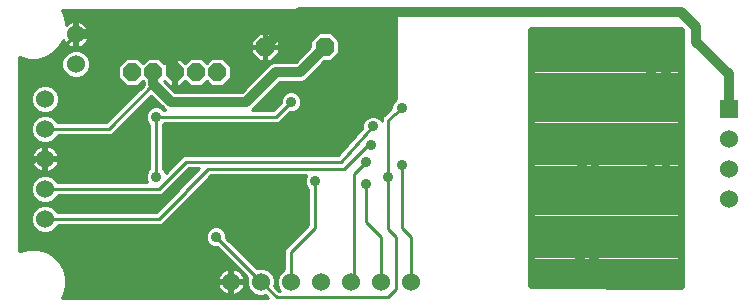
<source format=gbl>
G75*
G70*
%OFA0B0*%
%FSLAX24Y24*%
%IPPOS*%
%LPD*%
%AMOC8*
5,1,8,0,0,1.08239X$1,22.5*
%
%ADD10OC8,0.0630*%
%ADD11C,0.0600*%
%ADD12R,0.0600X0.0600*%
%ADD13OC8,0.0594*%
%ADD14C,0.0240*%
%ADD15C,0.0360*%
%ADD16C,0.0100*%
%ADD17C,0.0357*%
%ADD18C,0.0320*%
%ADD19OC8,0.0357*%
D10*
X008961Y009092D03*
X010961Y009092D03*
D11*
X002651Y009508D03*
X002651Y008508D03*
X001633Y007362D03*
X001633Y006362D03*
X001633Y005362D03*
X001633Y004362D03*
X001633Y003362D03*
X007833Y001262D03*
X008833Y001262D03*
X009833Y001262D03*
X010833Y001262D03*
X011833Y001262D03*
X012833Y001262D03*
X013833Y001262D03*
X024420Y004033D03*
X024420Y005033D03*
X024420Y006033D03*
D12*
X024420Y007033D03*
D13*
X007373Y008245D03*
X006664Y008245D03*
X005956Y008245D03*
X005247Y008245D03*
X004538Y008245D03*
D14*
X017833Y008134D02*
X022836Y008134D01*
X022836Y007895D02*
X017833Y007895D01*
X017833Y007657D02*
X022836Y007657D01*
X022835Y007418D02*
X017833Y007418D01*
X017833Y007180D02*
X022835Y007180D01*
X022835Y006941D02*
X017833Y006941D01*
X017833Y006703D02*
X022834Y006703D01*
X022834Y006464D02*
X017833Y006464D01*
X017833Y006226D02*
X022834Y006226D01*
X022833Y005987D02*
X017833Y005987D01*
X017833Y005749D02*
X022833Y005749D01*
X022833Y005510D02*
X017833Y005510D01*
X017833Y005271D02*
X022832Y005271D01*
X022832Y005033D02*
X017833Y005033D01*
X017833Y004794D02*
X022832Y004794D01*
X022831Y004556D02*
X017833Y004556D01*
X017833Y004317D02*
X022831Y004317D01*
X022831Y004079D02*
X017833Y004079D01*
X017833Y003840D02*
X022830Y003840D01*
X022830Y003602D02*
X017833Y003602D01*
X017833Y003363D02*
X022830Y003363D01*
X022829Y003125D02*
X017833Y003125D01*
X017833Y002886D02*
X022829Y002886D01*
X022829Y002647D02*
X017833Y002647D01*
X017833Y002409D02*
X022828Y002409D01*
X022828Y002170D02*
X017833Y002170D01*
X017833Y001932D02*
X022828Y001932D01*
X022827Y001693D02*
X017833Y001693D01*
X017833Y001455D02*
X022827Y001455D01*
X022827Y001216D02*
X017833Y001216D01*
X017833Y001162D02*
X017833Y009662D01*
X022838Y009667D01*
X022827Y001134D01*
X017833Y001162D01*
X017833Y008373D02*
X022837Y008373D01*
X022837Y008611D02*
X017833Y008611D01*
X017833Y008850D02*
X022837Y008850D01*
X022838Y009088D02*
X017833Y009088D01*
X017833Y009327D02*
X022838Y009327D01*
X022838Y009565D02*
X017833Y009565D01*
D15*
X013533Y007062D03*
X012342Y005264D03*
X013083Y004762D03*
X013533Y005162D03*
X012333Y004512D03*
D16*
X002257Y000837D02*
X002185Y000712D01*
X009072Y000712D01*
X008972Y000811D01*
X008926Y000792D01*
X008739Y000792D01*
X008566Y000864D01*
X008434Y000996D01*
X008363Y001169D01*
X008363Y001356D01*
X008382Y001402D01*
X007370Y002414D01*
X007263Y002414D01*
X007135Y002467D01*
X007037Y002565D01*
X006984Y002693D01*
X006984Y002831D01*
X007037Y002959D01*
X007135Y003057D01*
X007263Y003110D01*
X007402Y003110D01*
X007530Y003057D01*
X007628Y002959D01*
X007681Y002831D01*
X007681Y002725D01*
X008693Y001713D01*
X008739Y001732D01*
X008926Y001732D01*
X009099Y001660D01*
X009231Y001528D01*
X009303Y001356D01*
X009303Y001169D01*
X009283Y001122D01*
X009445Y000960D01*
X009470Y000960D01*
X009434Y000996D01*
X009363Y001169D01*
X009363Y001356D01*
X009434Y001528D01*
X009566Y001660D01*
X009613Y001680D01*
X009613Y002353D01*
X009741Y002482D01*
X010413Y003154D01*
X010413Y004350D01*
X010338Y004426D01*
X010285Y004554D01*
X010285Y004692D01*
X010332Y004806D01*
X007167Y004806D01*
X006553Y004191D01*
X006553Y004171D01*
X006424Y004042D01*
X005524Y003142D01*
X005341Y003142D01*
X002050Y003142D01*
X002031Y003096D01*
X001899Y002964D01*
X001726Y002892D01*
X001539Y002892D01*
X001366Y002964D01*
X001234Y003096D01*
X001163Y003269D01*
X001163Y003456D01*
X001234Y003628D01*
X001366Y003760D01*
X001539Y003832D01*
X001726Y003832D01*
X001899Y003760D01*
X002031Y003628D01*
X002050Y003582D01*
X005341Y003582D01*
X006113Y004353D01*
X006113Y004374D01*
X006781Y005042D01*
X006424Y005042D01*
X005524Y004142D01*
X005341Y004142D01*
X002050Y004142D01*
X002031Y004096D01*
X001899Y003964D01*
X001726Y003892D01*
X001539Y003892D01*
X001366Y003964D01*
X001234Y004096D01*
X001163Y004269D01*
X001163Y004456D01*
X001234Y004628D01*
X001366Y004760D01*
X001539Y004832D01*
X001726Y004832D01*
X001899Y004760D01*
X002031Y004628D01*
X002050Y004582D01*
X005030Y004582D01*
X004984Y004693D01*
X004984Y004831D01*
X005037Y004959D01*
X005113Y005035D01*
X005113Y006489D01*
X005037Y006565D01*
X004984Y006693D01*
X004984Y006831D01*
X005037Y006959D01*
X005135Y007057D01*
X005263Y007110D01*
X005402Y007110D01*
X005530Y007057D01*
X005605Y006982D01*
X005646Y006982D01*
X005646Y006982D01*
X005553Y007075D01*
X005169Y007459D01*
X003852Y006142D01*
X003670Y006142D01*
X002050Y006142D01*
X002031Y006096D01*
X001899Y005964D01*
X001726Y005892D01*
X001539Y005892D01*
X001366Y005964D01*
X001234Y006096D01*
X001163Y006269D01*
X001163Y006456D01*
X001234Y006628D01*
X001366Y006760D01*
X001539Y006832D01*
X001726Y006832D01*
X001899Y006760D01*
X002031Y006628D01*
X002050Y006582D01*
X003670Y006582D01*
X004917Y007829D01*
X004917Y007913D01*
X004917Y007914D01*
X004893Y007939D01*
X004732Y007778D01*
X004345Y007778D01*
X004071Y008051D01*
X004071Y008438D01*
X004345Y008711D01*
X004732Y008711D01*
X004893Y008550D01*
X005054Y008711D01*
X005440Y008711D01*
X005615Y008536D01*
X005771Y008691D01*
X005907Y008691D01*
X005907Y008293D01*
X006004Y008293D01*
X006004Y008691D01*
X006141Y008691D01*
X006296Y008536D01*
X006471Y008711D01*
X006858Y008711D01*
X007019Y008550D01*
X007180Y008711D01*
X007566Y008711D01*
X007840Y008438D01*
X007840Y008051D01*
X007566Y007778D01*
X007180Y007778D01*
X007019Y007939D01*
X006858Y007778D01*
X006471Y007778D01*
X006296Y007953D01*
X006141Y007798D01*
X006004Y007798D01*
X006004Y008196D01*
X005907Y008196D01*
X005907Y007798D01*
X005771Y007798D01*
X005615Y007953D01*
X005612Y007949D01*
X005969Y007592D01*
X008196Y007592D01*
X009146Y008542D01*
X009267Y008592D01*
X009398Y008592D01*
X009994Y008592D01*
X010476Y009074D01*
X010476Y009293D01*
X010760Y009577D01*
X011162Y009577D01*
X011446Y009293D01*
X011446Y008891D01*
X011162Y008607D01*
X010943Y008607D01*
X010318Y007982D01*
X010197Y007932D01*
X010065Y007932D01*
X009469Y007932D01*
X008519Y006982D01*
X008519Y006982D01*
X009241Y006982D01*
X009484Y007225D01*
X009484Y007331D01*
X009537Y007459D01*
X009635Y007557D01*
X009763Y007610D01*
X009902Y007610D01*
X010030Y007557D01*
X010128Y007459D01*
X010181Y007331D01*
X010181Y007193D01*
X010128Y007065D01*
X010030Y006967D01*
X009902Y006914D01*
X009795Y006914D01*
X009424Y006542D01*
X009241Y006542D01*
X005605Y006542D01*
X005553Y006489D01*
X005553Y005035D01*
X005628Y004959D01*
X005655Y004895D01*
X006113Y005353D01*
X006241Y005482D01*
X011390Y005482D01*
X012211Y006382D01*
X012211Y006507D01*
X012264Y006635D01*
X012362Y006733D01*
X012490Y006786D01*
X012629Y006786D01*
X012757Y006733D01*
X012855Y006635D01*
X012856Y006633D01*
X012859Y006673D01*
X012858Y006756D01*
X012865Y006763D01*
X012865Y006772D01*
X012928Y006826D01*
X012987Y006886D01*
X012996Y006886D01*
X013183Y007049D01*
X013183Y007132D01*
X013236Y007260D01*
X013333Y007357D01*
X013333Y010310D01*
X002187Y010311D01*
X002258Y010187D01*
X002333Y009907D01*
X002333Y009827D01*
X002358Y009851D01*
X002415Y009893D01*
X002478Y009925D01*
X002546Y009947D01*
X002601Y009956D01*
X002601Y009558D01*
X002701Y009558D01*
X002701Y009956D01*
X002756Y009947D01*
X002824Y009925D01*
X002887Y009893D01*
X002944Y009851D01*
X002994Y009801D01*
X003036Y009744D01*
X003068Y009681D01*
X003090Y009613D01*
X003099Y009558D01*
X002701Y009558D01*
X002701Y009458D01*
X002701Y009060D01*
X002756Y009069D01*
X002824Y009091D01*
X002887Y009123D01*
X002944Y009165D01*
X002994Y009215D01*
X003036Y009272D01*
X003068Y009335D01*
X003090Y009403D01*
X003099Y009458D01*
X002701Y009458D01*
X002601Y009458D01*
X002601Y009060D01*
X002546Y009069D01*
X002478Y009091D01*
X002415Y009123D01*
X002358Y009165D01*
X002308Y009215D01*
X002266Y009272D01*
X002245Y009314D01*
X002114Y009087D01*
X001909Y008882D01*
X001658Y008737D01*
X001378Y008662D01*
X001089Y008662D01*
X000809Y008737D01*
X000783Y008752D01*
X000783Y002272D01*
X000808Y002287D01*
X001088Y002362D01*
X001377Y002362D01*
X001657Y002287D01*
X001908Y002142D01*
X002113Y001937D01*
X007846Y001937D01*
X007945Y001839D02*
X002170Y001839D01*
X002226Y001740D02*
X008043Y001740D01*
X008005Y001679D02*
X008068Y001647D01*
X008126Y001605D01*
X008176Y001555D01*
X008217Y001498D01*
X008250Y001435D01*
X008271Y001367D01*
X008280Y001312D01*
X007883Y001312D01*
X007883Y001212D01*
X008280Y001212D01*
X008271Y001157D01*
X008250Y001089D01*
X008217Y001026D01*
X008176Y000969D01*
X008126Y000919D01*
X008068Y000877D01*
X008005Y000845D01*
X007938Y000823D01*
X007883Y000814D01*
X007883Y001212D01*
X007783Y001212D01*
X007783Y000814D01*
X007727Y000823D01*
X007660Y000845D01*
X007597Y000877D01*
X007539Y000919D01*
X007489Y000969D01*
X007448Y001026D01*
X007416Y001089D01*
X007394Y001157D01*
X007385Y001212D01*
X007782Y001212D01*
X007782Y001312D01*
X007385Y001312D01*
X007394Y001367D01*
X007416Y001435D01*
X007448Y001498D01*
X007489Y001555D01*
X007539Y001605D01*
X007597Y001647D01*
X007660Y001679D01*
X007727Y001701D01*
X007783Y001710D01*
X007783Y001312D01*
X007883Y001312D01*
X007883Y001710D01*
X007938Y001701D01*
X008005Y001679D01*
X008076Y001642D02*
X008142Y001642D01*
X008185Y001543D02*
X008240Y001543D01*
X008245Y001445D02*
X008339Y001445D01*
X008363Y001346D02*
X008275Y001346D01*
X008363Y001247D02*
X007883Y001247D01*
X007833Y001262D02*
X002833Y001262D01*
X000833Y003262D01*
X000833Y004862D01*
X001333Y005362D01*
X001633Y005362D01*
X001683Y005386D02*
X005113Y005386D01*
X005113Y005288D02*
X002076Y005288D01*
X002080Y005312D02*
X001683Y005312D01*
X001683Y005412D01*
X002080Y005412D01*
X002071Y005467D01*
X002050Y005535D01*
X002017Y005598D01*
X001976Y005655D01*
X001926Y005705D01*
X001868Y005747D01*
X001805Y005779D01*
X001738Y005801D01*
X001683Y005810D01*
X001683Y005412D01*
X001583Y005412D01*
X001583Y005810D01*
X001527Y005801D01*
X001460Y005779D01*
X001397Y005747D01*
X001339Y005705D01*
X001289Y005655D01*
X001248Y005598D01*
X001216Y005535D01*
X001194Y005467D01*
X001185Y005412D01*
X001582Y005412D01*
X001582Y005312D01*
X001185Y005312D01*
X001194Y005257D01*
X001216Y005189D01*
X000783Y005189D01*
X000783Y005091D02*
X001274Y005091D01*
X001289Y005069D02*
X001339Y005019D01*
X001397Y004977D01*
X001460Y004945D01*
X001527Y004923D01*
X001583Y004914D01*
X001583Y005312D01*
X001683Y005312D01*
X001683Y004914D01*
X001738Y004923D01*
X001805Y004945D01*
X001868Y004977D01*
X001926Y005019D01*
X001976Y005069D01*
X002017Y005126D01*
X002050Y005189D01*
X002071Y005257D01*
X002080Y005312D01*
X002050Y005189D02*
X005113Y005189D01*
X005113Y005091D02*
X001992Y005091D01*
X001889Y004992D02*
X005070Y004992D01*
X005010Y004894D02*
X000783Y004894D01*
X000783Y004992D02*
X001376Y004992D01*
X001289Y005069D02*
X001248Y005126D01*
X001216Y005189D01*
X001189Y005288D02*
X000783Y005288D01*
X000783Y005386D02*
X001582Y005386D01*
X001583Y005288D02*
X001683Y005288D01*
X001683Y005189D02*
X001583Y005189D01*
X001583Y005091D02*
X001683Y005091D01*
X001683Y004992D02*
X001583Y004992D01*
X001450Y004795D02*
X000783Y004795D01*
X000783Y004696D02*
X001302Y004696D01*
X001222Y004598D02*
X000783Y004598D01*
X000783Y004499D02*
X001181Y004499D01*
X001163Y004401D02*
X000783Y004401D01*
X000783Y004302D02*
X001163Y004302D01*
X001189Y004204D02*
X000783Y004204D01*
X000783Y004105D02*
X001230Y004105D01*
X001323Y004007D02*
X000783Y004007D01*
X000783Y003908D02*
X001500Y003908D01*
X001485Y003810D02*
X000783Y003810D01*
X000783Y003711D02*
X001317Y003711D01*
X001228Y003613D02*
X000783Y003613D01*
X000783Y003514D02*
X001187Y003514D01*
X001163Y003415D02*
X000783Y003415D01*
X000783Y003317D02*
X001163Y003317D01*
X001183Y003218D02*
X000783Y003218D01*
X000783Y003120D02*
X001224Y003120D01*
X001309Y003021D02*
X000783Y003021D01*
X000783Y002923D02*
X001465Y002923D01*
X001800Y002923D02*
X007022Y002923D01*
X006984Y002824D02*
X000783Y002824D01*
X000783Y002726D02*
X006984Y002726D01*
X007011Y002627D02*
X000783Y002627D01*
X000783Y002529D02*
X007073Y002529D01*
X007224Y002430D02*
X000783Y002430D01*
X000783Y002331D02*
X000974Y002331D01*
X001491Y002331D02*
X007452Y002331D01*
X007551Y002233D02*
X001751Y002233D01*
X001916Y002134D02*
X007649Y002134D01*
X007748Y002036D02*
X002014Y002036D01*
X002113Y001937D02*
X002257Y001687D01*
X002332Y001407D01*
X002332Y001117D01*
X002257Y000837D01*
X002262Y000853D02*
X007644Y000853D01*
X007783Y000853D02*
X007883Y000853D01*
X007883Y000952D02*
X007783Y000952D01*
X007783Y001050D02*
X007883Y001050D01*
X007883Y001149D02*
X007783Y001149D01*
X007782Y001247D02*
X002332Y001247D01*
X002332Y001149D02*
X007396Y001149D01*
X007435Y001050D02*
X002314Y001050D01*
X002288Y000952D02*
X007506Y000952D01*
X008022Y000853D02*
X008591Y000853D01*
X008478Y000952D02*
X008159Y000952D01*
X008230Y001050D02*
X008411Y001050D01*
X008371Y001149D02*
X008269Y001149D01*
X007883Y001346D02*
X007783Y001346D01*
X007783Y001445D02*
X007883Y001445D01*
X007883Y001543D02*
X007783Y001543D01*
X007783Y001642D02*
X007883Y001642D01*
X007590Y001642D02*
X002269Y001642D01*
X002296Y001543D02*
X007481Y001543D01*
X007421Y001445D02*
X002322Y001445D01*
X002332Y001346D02*
X007390Y001346D01*
X008468Y001937D02*
X009613Y001937D01*
X009613Y001839D02*
X008567Y001839D01*
X008666Y001740D02*
X009613Y001740D01*
X009548Y001642D02*
X009118Y001642D01*
X009216Y001543D02*
X009449Y001543D01*
X009399Y001445D02*
X009266Y001445D01*
X009303Y001346D02*
X009363Y001346D01*
X009363Y001247D02*
X009303Y001247D01*
X009294Y001149D02*
X009371Y001149D01*
X009355Y001050D02*
X009411Y001050D01*
X009354Y000740D02*
X008833Y001262D01*
X007333Y002762D01*
X007643Y002923D02*
X010182Y002923D01*
X010281Y003021D02*
X007566Y003021D01*
X007681Y002824D02*
X010084Y002824D01*
X009985Y002726D02*
X007681Y002726D01*
X007779Y002627D02*
X009887Y002627D01*
X009788Y002529D02*
X007877Y002529D01*
X007976Y002430D02*
X009689Y002430D01*
X009613Y002331D02*
X008074Y002331D01*
X008173Y002233D02*
X009613Y002233D01*
X009613Y002134D02*
X008271Y002134D01*
X008370Y002036D02*
X009613Y002036D01*
X009833Y002262D02*
X009833Y001262D01*
X009354Y000740D02*
X013061Y000740D01*
X013333Y001012D01*
X013333Y002762D01*
X013083Y003012D01*
X013083Y004762D01*
X013079Y006666D01*
X013533Y007062D01*
X013183Y007062D02*
X010125Y007062D01*
X010167Y007160D02*
X013194Y007160D01*
X013235Y007259D02*
X010181Y007259D01*
X010170Y007357D02*
X013333Y007357D01*
X013333Y007456D02*
X010129Y007456D01*
X010033Y007554D02*
X013333Y007554D01*
X013333Y007653D02*
X009190Y007653D01*
X009289Y007751D02*
X013333Y007751D01*
X013333Y007850D02*
X009387Y007850D01*
X009632Y007554D02*
X009091Y007554D01*
X008993Y007456D02*
X009536Y007456D01*
X009495Y007357D02*
X008894Y007357D01*
X008796Y007259D02*
X009484Y007259D01*
X009420Y007160D02*
X008697Y007160D01*
X008599Y007062D02*
X009321Y007062D01*
X009333Y006762D02*
X009833Y007262D01*
X010021Y006963D02*
X013085Y006963D01*
X012966Y006864D02*
X009746Y006864D01*
X009648Y006766D02*
X012443Y006766D01*
X012297Y006667D02*
X009549Y006667D01*
X009450Y006569D02*
X012237Y006569D01*
X012211Y006470D02*
X005553Y006470D01*
X005553Y006372D02*
X012202Y006372D01*
X012112Y006273D02*
X005553Y006273D01*
X005553Y006175D02*
X012022Y006175D01*
X011932Y006076D02*
X005553Y006076D01*
X005553Y005978D02*
X011842Y005978D01*
X011752Y005879D02*
X005553Y005879D01*
X005553Y005780D02*
X011662Y005780D01*
X011572Y005682D02*
X005553Y005682D01*
X005553Y005583D02*
X011482Y005583D01*
X011392Y005485D02*
X005553Y005485D01*
X005553Y005386D02*
X006146Y005386D01*
X006047Y005288D02*
X005553Y005288D01*
X005553Y005189D02*
X005949Y005189D01*
X005850Y005091D02*
X005553Y005091D01*
X005595Y004992D02*
X005752Y004992D01*
X006177Y004795D02*
X006534Y004795D01*
X006436Y004696D02*
X006078Y004696D01*
X005980Y004598D02*
X006337Y004598D01*
X006238Y004499D02*
X005881Y004499D01*
X005783Y004401D02*
X006140Y004401D01*
X006062Y004302D02*
X005684Y004302D01*
X005585Y004204D02*
X005963Y004204D01*
X005865Y004105D02*
X002035Y004105D01*
X001942Y004007D02*
X005766Y004007D01*
X005668Y003908D02*
X001765Y003908D01*
X001780Y003810D02*
X005569Y003810D01*
X005471Y003711D02*
X001948Y003711D01*
X002038Y003613D02*
X005372Y003613D01*
X005433Y003362D02*
X006333Y004262D01*
X006333Y004283D01*
X007076Y005026D01*
X011600Y005026D01*
X012406Y005831D01*
X012498Y005831D01*
X012560Y006437D02*
X011487Y005262D01*
X006333Y005262D01*
X005433Y004362D01*
X001633Y004362D01*
X002044Y004598D02*
X005023Y004598D01*
X004984Y004696D02*
X001963Y004696D01*
X001815Y004795D02*
X004984Y004795D01*
X005333Y004762D02*
X005333Y006762D01*
X009333Y006762D01*
X008257Y007653D02*
X005908Y007653D01*
X005810Y007751D02*
X008355Y007751D01*
X008454Y007850D02*
X007639Y007850D01*
X007737Y007948D02*
X008552Y007948D01*
X008651Y008047D02*
X007836Y008047D01*
X007840Y008146D02*
X008749Y008146D01*
X008848Y008244D02*
X007840Y008244D01*
X007840Y008343D02*
X008946Y008343D01*
X009045Y008441D02*
X007836Y008441D01*
X007738Y008540D02*
X009144Y008540D01*
X009154Y008627D02*
X008991Y008627D01*
X008991Y009062D01*
X008931Y009062D01*
X008931Y008627D01*
X008769Y008627D01*
X008496Y008900D01*
X008496Y009062D01*
X008931Y009062D01*
X008931Y009122D01*
X008496Y009122D01*
X008496Y009285D01*
X008769Y009557D01*
X008931Y009557D01*
X008931Y009122D01*
X008991Y009122D01*
X009426Y009122D01*
X009426Y009285D01*
X009154Y009557D01*
X008991Y009557D01*
X008991Y009122D01*
X008991Y009062D01*
X009426Y009062D01*
X009426Y008900D01*
X009154Y008627D01*
X009165Y008638D02*
X010041Y008638D01*
X010139Y008737D02*
X009263Y008737D01*
X009362Y008835D02*
X010238Y008835D01*
X010336Y008934D02*
X009426Y008934D01*
X009426Y009032D02*
X010435Y009032D01*
X010476Y009131D02*
X009426Y009131D01*
X009426Y009229D02*
X010476Y009229D01*
X010511Y009328D02*
X009383Y009328D01*
X009284Y009427D02*
X010610Y009427D01*
X010708Y009525D02*
X009186Y009525D01*
X008991Y009525D02*
X008931Y009525D01*
X008931Y009427D02*
X008991Y009427D01*
X008991Y009328D02*
X008931Y009328D01*
X008931Y009229D02*
X008991Y009229D01*
X008991Y009131D02*
X008931Y009131D01*
X008931Y009032D02*
X008991Y009032D01*
X008991Y008934D02*
X008931Y008934D01*
X008931Y008835D02*
X008991Y008835D01*
X008991Y008737D02*
X008931Y008737D01*
X008931Y008638D02*
X008991Y008638D01*
X008757Y008638D02*
X007639Y008638D01*
X007106Y008638D02*
X006931Y008638D01*
X006398Y008638D02*
X006194Y008638D01*
X006292Y008540D02*
X006299Y008540D01*
X006004Y008540D02*
X005907Y008540D01*
X005907Y008638D02*
X006004Y008638D01*
X005717Y008638D02*
X005513Y008638D01*
X005612Y008540D02*
X005619Y008540D01*
X005907Y008441D02*
X006004Y008441D01*
X006004Y008343D02*
X005907Y008343D01*
X005907Y008146D02*
X006004Y008146D01*
X006004Y008047D02*
X005907Y008047D01*
X005907Y007948D02*
X006004Y007948D01*
X006004Y007850D02*
X005907Y007850D01*
X005718Y007850D02*
X005711Y007850D01*
X005620Y007948D02*
X005613Y007948D01*
X005247Y007848D02*
X003761Y006362D01*
X001633Y006362D01*
X001201Y006175D02*
X000783Y006175D01*
X000783Y006273D02*
X001163Y006273D01*
X001163Y006372D02*
X000783Y006372D01*
X000783Y006470D02*
X001169Y006470D01*
X001210Y006569D02*
X000783Y006569D01*
X000783Y006667D02*
X001273Y006667D01*
X001379Y006766D02*
X000783Y006766D01*
X000783Y006864D02*
X003953Y006864D01*
X003854Y006766D02*
X001886Y006766D01*
X001992Y006667D02*
X003756Y006667D01*
X004181Y006470D02*
X005113Y006470D01*
X005113Y006372D02*
X004082Y006372D01*
X003984Y006273D02*
X005113Y006273D01*
X005113Y006175D02*
X003885Y006175D01*
X004279Y006569D02*
X005035Y006569D01*
X004995Y006667D02*
X004378Y006667D01*
X004476Y006766D02*
X004984Y006766D01*
X004998Y006864D02*
X004575Y006864D01*
X004673Y006963D02*
X005041Y006963D01*
X005145Y007062D02*
X004772Y007062D01*
X004870Y007160D02*
X005468Y007160D01*
X005520Y007062D02*
X005566Y007062D01*
X005369Y007259D02*
X004969Y007259D01*
X005068Y007357D02*
X005271Y007357D01*
X005172Y007456D02*
X005166Y007456D01*
X004741Y007653D02*
X002006Y007653D01*
X002031Y007628D02*
X001899Y007760D01*
X001726Y007832D01*
X001539Y007832D01*
X001366Y007760D01*
X001234Y007628D01*
X001163Y007456D01*
X000783Y007456D01*
X000783Y007554D02*
X001204Y007554D01*
X001163Y007456D02*
X001163Y007269D01*
X001234Y007096D01*
X001366Y006964D01*
X001539Y006892D01*
X001726Y006892D01*
X001899Y006964D01*
X002031Y007096D01*
X002103Y007269D01*
X002103Y007456D01*
X002102Y007456D02*
X004544Y007456D01*
X004642Y007554D02*
X002062Y007554D01*
X002031Y007628D02*
X002103Y007456D01*
X002103Y007357D02*
X004445Y007357D01*
X004347Y007259D02*
X002098Y007259D01*
X002058Y007160D02*
X004248Y007160D01*
X004150Y007062D02*
X001997Y007062D01*
X001897Y006963D02*
X004051Y006963D01*
X004840Y007751D02*
X001908Y007751D01*
X001357Y007751D02*
X000783Y007751D01*
X000833Y007690D02*
X002651Y009508D01*
X002701Y009525D02*
X008737Y009525D01*
X008638Y009427D02*
X003094Y009427D01*
X003064Y009328D02*
X008539Y009328D01*
X008496Y009229D02*
X003005Y009229D01*
X002898Y009131D02*
X008496Y009131D01*
X008496Y009032D02*
X002059Y009032D01*
X002139Y009131D02*
X002405Y009131D01*
X002297Y009229D02*
X002196Y009229D01*
X002385Y008907D02*
X002253Y008774D01*
X002181Y008602D01*
X002181Y008415D01*
X002253Y008242D01*
X002385Y008110D01*
X002558Y008038D01*
X002745Y008038D01*
X002917Y008110D01*
X003050Y008242D01*
X003121Y008415D01*
X003121Y008602D01*
X003050Y008774D01*
X002917Y008907D01*
X002745Y008978D01*
X002558Y008978D01*
X002385Y008907D01*
X002451Y008934D02*
X001961Y008934D01*
X001828Y008835D02*
X002314Y008835D01*
X002237Y008737D02*
X001657Y008737D01*
X002196Y008638D02*
X000783Y008638D01*
X000783Y008540D02*
X002181Y008540D01*
X002181Y008441D02*
X000783Y008441D01*
X000783Y008343D02*
X002211Y008343D01*
X002252Y008244D02*
X000783Y008244D01*
X000783Y008146D02*
X002349Y008146D01*
X002536Y008047D02*
X000783Y008047D01*
X000783Y007948D02*
X004174Y007948D01*
X004273Y007850D02*
X000783Y007850D01*
X000833Y007690D02*
X000833Y005762D01*
X001233Y005362D01*
X001333Y005362D01*
X001199Y005485D02*
X000783Y005485D01*
X000783Y005583D02*
X001240Y005583D01*
X001316Y005682D02*
X000783Y005682D01*
X000783Y005780D02*
X001464Y005780D01*
X001583Y005780D02*
X001683Y005780D01*
X001683Y005682D02*
X001583Y005682D01*
X001583Y005583D02*
X001683Y005583D01*
X001683Y005485D02*
X001583Y005485D01*
X002025Y005583D02*
X005113Y005583D01*
X005113Y005485D02*
X002066Y005485D01*
X001949Y005682D02*
X005113Y005682D01*
X005113Y005780D02*
X001801Y005780D01*
X001913Y005978D02*
X005113Y005978D01*
X005113Y006076D02*
X002011Y006076D01*
X001352Y005978D02*
X000783Y005978D01*
X000783Y006076D02*
X001254Y006076D01*
X000783Y005879D02*
X005113Y005879D01*
X006374Y004992D02*
X006731Y004992D01*
X006633Y004894D02*
X006275Y004894D01*
X006959Y004598D02*
X010285Y004598D01*
X010286Y004696D02*
X007058Y004696D01*
X007156Y004795D02*
X010327Y004795D01*
X010633Y004623D02*
X010633Y003063D01*
X009833Y002262D01*
X010379Y003120D02*
X002041Y003120D01*
X001956Y003021D02*
X007099Y003021D01*
X005994Y003613D02*
X010413Y003613D01*
X010413Y003711D02*
X006093Y003711D01*
X006191Y003810D02*
X010413Y003810D01*
X010413Y003908D02*
X006290Y003908D01*
X006388Y004007D02*
X010413Y004007D01*
X010413Y004105D02*
X006487Y004105D01*
X006565Y004204D02*
X010413Y004204D01*
X010413Y004302D02*
X006664Y004302D01*
X006762Y004401D02*
X010363Y004401D01*
X010307Y004499D02*
X006861Y004499D01*
X005896Y003514D02*
X010413Y003514D01*
X010413Y003415D02*
X005797Y003415D01*
X005699Y003317D02*
X010413Y003317D01*
X010413Y003218D02*
X005600Y003218D01*
X005433Y003362D02*
X001633Y003362D01*
X002210Y000755D02*
X009029Y000755D01*
X011833Y001262D02*
X011926Y001356D01*
X011926Y004848D01*
X012342Y005264D01*
X012342Y005264D01*
X013533Y005162D02*
X013533Y003062D01*
X013833Y002762D01*
X013833Y001262D01*
X012833Y001262D02*
X012833Y002762D01*
X012333Y003262D01*
X012333Y004512D01*
X012822Y006667D02*
X012858Y006667D01*
X012865Y006766D02*
X012677Y006766D01*
X013333Y007948D02*
X010236Y007948D01*
X010383Y008047D02*
X013333Y008047D01*
X013333Y008146D02*
X010481Y008146D01*
X010580Y008244D02*
X013333Y008244D01*
X013333Y008343D02*
X010678Y008343D01*
X010777Y008441D02*
X013333Y008441D01*
X013333Y008540D02*
X010875Y008540D01*
X011193Y008638D02*
X013333Y008638D01*
X013333Y008737D02*
X011292Y008737D01*
X011390Y008835D02*
X013333Y008835D01*
X013333Y008934D02*
X011446Y008934D01*
X011446Y009032D02*
X013333Y009032D01*
X013333Y009131D02*
X011446Y009131D01*
X011446Y009229D02*
X013333Y009229D01*
X013333Y009328D02*
X011411Y009328D01*
X011313Y009427D02*
X013333Y009427D01*
X013333Y009525D02*
X011214Y009525D01*
X013333Y009624D02*
X003087Y009624D01*
X003047Y009722D02*
X013333Y009722D01*
X013333Y009821D02*
X002975Y009821D01*
X002835Y009919D02*
X013333Y009919D01*
X013333Y010018D02*
X002304Y010018D01*
X002277Y010116D02*
X013333Y010116D01*
X013333Y010215D02*
X002242Y010215D01*
X002330Y009919D02*
X002467Y009919D01*
X002601Y009919D02*
X002701Y009919D01*
X002701Y009821D02*
X002601Y009821D01*
X002601Y009722D02*
X002701Y009722D01*
X002701Y009624D02*
X002601Y009624D01*
X002601Y009427D02*
X002701Y009427D01*
X002701Y009328D02*
X002601Y009328D01*
X002601Y009229D02*
X002701Y009229D01*
X002701Y009131D02*
X002601Y009131D01*
X002851Y008934D02*
X008496Y008934D01*
X008560Y008835D02*
X002989Y008835D01*
X003065Y008737D02*
X008659Y008737D01*
X007107Y007850D02*
X006930Y007850D01*
X006399Y007850D02*
X006193Y007850D01*
X006291Y007948D02*
X006300Y007948D01*
X004917Y007850D02*
X004804Y007850D01*
X004076Y008047D02*
X002766Y008047D01*
X002953Y008146D02*
X004071Y008146D01*
X004071Y008244D02*
X003050Y008244D01*
X003091Y008343D02*
X004071Y008343D01*
X004075Y008441D02*
X003121Y008441D01*
X003121Y008540D02*
X004173Y008540D01*
X004272Y008638D02*
X003106Y008638D01*
X004805Y008638D02*
X004980Y008638D01*
X001259Y007653D02*
X000783Y007653D01*
X000783Y007357D02*
X001163Y007357D01*
X001167Y007259D02*
X000783Y007259D01*
X000783Y007160D02*
X001207Y007160D01*
X001268Y007062D02*
X000783Y007062D01*
X000783Y006963D02*
X001368Y006963D01*
X000810Y008737D02*
X000783Y008737D01*
D17*
X005333Y006762D03*
X009833Y007262D03*
X012560Y006437D03*
X012498Y005831D03*
X010633Y004623D03*
X007333Y002762D03*
X005333Y004762D03*
D18*
X005833Y007262D02*
X008333Y007262D01*
X009333Y008262D01*
X010131Y008262D01*
X010961Y009092D01*
X010131Y010262D02*
X008961Y009092D01*
X010131Y010262D02*
X022833Y010262D01*
X023333Y009762D01*
X023333Y009262D01*
X024420Y008174D01*
X024420Y007033D01*
X005956Y008245D02*
X005833Y008368D01*
X005833Y008762D01*
X005087Y009508D01*
X002651Y009508D01*
X005247Y008245D02*
X005247Y007848D01*
X005833Y007262D01*
D19*
X019333Y006762D03*
X019833Y006762D03*
X020333Y006762D03*
X020833Y006762D03*
X021333Y006762D03*
X021833Y006762D03*
X022333Y006762D03*
X022333Y006262D03*
X021833Y006262D03*
X021833Y005762D03*
X022333Y005762D03*
X022333Y005262D03*
X021833Y005262D03*
X019962Y005030D03*
X019523Y005046D03*
X019514Y005554D03*
X019968Y005551D03*
X019971Y006028D03*
X019523Y006037D03*
X019478Y007992D03*
X019947Y007992D03*
X019947Y008450D03*
X019478Y008450D03*
X019467Y008909D03*
X019947Y008909D03*
X021333Y009262D03*
X021833Y009262D03*
X022333Y009262D03*
X022333Y008762D03*
X021833Y008762D03*
X021833Y008262D03*
X022333Y008262D03*
X022333Y003762D03*
X021833Y003762D03*
X021333Y003762D03*
X020833Y003762D03*
X020333Y003762D03*
X019833Y003762D03*
X019333Y003762D03*
X019465Y002950D03*
X019935Y002944D03*
X019935Y002492D03*
X019465Y002492D03*
X019465Y002028D03*
X019935Y002028D03*
X021833Y002262D03*
X021833Y002762D03*
X022333Y002762D03*
X022333Y003262D03*
X021833Y003262D03*
X021333Y003262D03*
M02*

</source>
